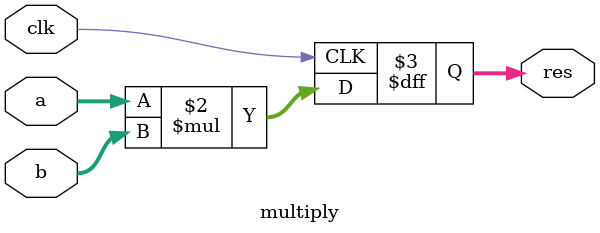
<source format=v>
module multiply(input clk,input [3:0] a,b,output reg [7:0] res);
  
  always @(posedge clk)
    res=a*b;
  
endmodule

</source>
